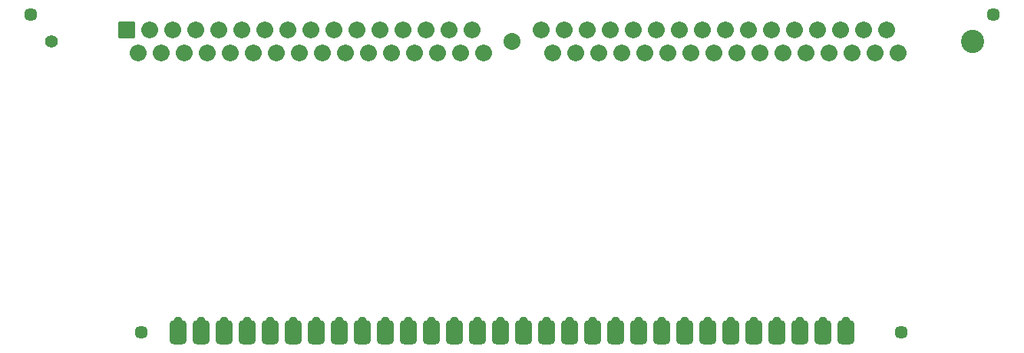
<source format=gbs>
G04 #@! TF.GenerationSoftware,KiCad,Pcbnew,(6.0.1-0)*
G04 #@! TF.CreationDate,2022-02-13T03:47:26-05:00*
G04 #@! TF.ProjectId,Adapter-30,41646170-7465-4722-9d33-302e6b696361,1.0-SOP*
G04 #@! TF.SameCoordinates,Original*
G04 #@! TF.FileFunction,Soldermask,Bot*
G04 #@! TF.FilePolarity,Negative*
%FSLAX46Y46*%
G04 Gerber Fmt 4.6, Leading zero omitted, Abs format (unit mm)*
G04 Created by KiCad (PCBNEW (6.0.1-0)) date 2022-02-13 03:47:26*
%MOMM*%
%LPD*%
G01*
G04 APERTURE LIST*
G04 Aperture macros list*
%AMRoundRect*
0 Rectangle with rounded corners*
0 $1 Rounding radius*
0 $2 $3 $4 $5 $6 $7 $8 $9 X,Y pos of 4 corners*
0 Add a 4 corners polygon primitive as box body*
4,1,4,$2,$3,$4,$5,$6,$7,$8,$9,$2,$3,0*
0 Add four circle primitives for the rounded corners*
1,1,$1+$1,$2,$3*
1,1,$1+$1,$4,$5*
1,1,$1+$1,$6,$7*
1,1,$1+$1,$8,$9*
0 Add four rect primitives between the rounded corners*
20,1,$1+$1,$2,$3,$4,$5,0*
20,1,$1+$1,$4,$5,$6,$7,0*
20,1,$1+$1,$6,$7,$8,$9,0*
20,1,$1+$1,$8,$9,$2,$3,0*%
G04 Aperture macros list end*
%ADD10C,0.952400*%
%ADD11RoundRect,0.520700X-0.444500X-0.825500X0.444500X-0.825500X0.444500X0.825500X-0.444500X0.825500X0*%
%ADD12C,1.448000*%
%ADD13RoundRect,0.076200X0.850000X-0.850000X0.850000X0.850000X-0.850000X0.850000X-0.850000X-0.850000X0*%
%ADD14O,1.852400X1.852400*%
%ADD15C,2.562400*%
%ADD16C,1.422400*%
%ADD17C,1.862400*%
G04 APERTURE END LIST*
D10*
X157480000Y-98806000D03*
X154940000Y-98806000D03*
X129540000Y-98806000D03*
X144780000Y-98806000D03*
X139700000Y-98806000D03*
X142240000Y-98806000D03*
X137160000Y-98806000D03*
X132080000Y-98806000D03*
X134620000Y-98806000D03*
X152400000Y-98806000D03*
X147320000Y-98806000D03*
X149860000Y-98806000D03*
X127000000Y-98806000D03*
X121920000Y-98806000D03*
X124460000Y-98806000D03*
X119380000Y-98806000D03*
X114300000Y-98806000D03*
X116840000Y-98806000D03*
X111760000Y-98806000D03*
X106680000Y-98806000D03*
X109220000Y-98806000D03*
X101600000Y-98806000D03*
X104140000Y-98806000D03*
X99060000Y-98806000D03*
X96520000Y-98806000D03*
X91440000Y-98806000D03*
X93980000Y-98806000D03*
X83820000Y-98806000D03*
X86360000Y-98806000D03*
X88900000Y-98806000D03*
D11*
X157480000Y-100076000D03*
X154940000Y-100076000D03*
X152400000Y-100076000D03*
X149860000Y-100076000D03*
X147320000Y-100076000D03*
X144780000Y-100076000D03*
X142240000Y-100076000D03*
X139700000Y-100076000D03*
X137160000Y-100076000D03*
X134620000Y-100076000D03*
X132080000Y-100076000D03*
X129540000Y-100076000D03*
X127000000Y-100076000D03*
X124460000Y-100076000D03*
X121920000Y-100076000D03*
X119380000Y-100076000D03*
X116840000Y-100076000D03*
X114300000Y-100076000D03*
X111760000Y-100076000D03*
X109220000Y-100076000D03*
X106680000Y-100076000D03*
X104140000Y-100076000D03*
X101600000Y-100076000D03*
X99060000Y-100076000D03*
X96520000Y-100076000D03*
X93980000Y-100076000D03*
X91440000Y-100076000D03*
X88900000Y-100076000D03*
X86360000Y-100076000D03*
X83820000Y-100076000D03*
D12*
X173736000Y-65024000D03*
X67564000Y-65024000D03*
X79756000Y-100076000D03*
X163576000Y-100076000D03*
D13*
X78105000Y-66675000D03*
D14*
X79375000Y-69215000D03*
X80645000Y-66675000D03*
X81915000Y-69215000D03*
X83185000Y-66675000D03*
X84455000Y-69215000D03*
X85725000Y-66675000D03*
X86995000Y-69215000D03*
X88265000Y-66675000D03*
X89535000Y-69215000D03*
X90805000Y-66675000D03*
X92075000Y-69215000D03*
X93345000Y-66675000D03*
X94615000Y-69215000D03*
X95885000Y-66675000D03*
X97155000Y-69215000D03*
X98425000Y-66675000D03*
X99695000Y-69215000D03*
X100965000Y-66675000D03*
X102235000Y-69215000D03*
X103505000Y-66675000D03*
X104775000Y-69215000D03*
X106045000Y-66675000D03*
X107315000Y-69215000D03*
X108585000Y-66675000D03*
X109855000Y-69215000D03*
X111125000Y-66675000D03*
X112395000Y-69215000D03*
X113665000Y-66675000D03*
X114935000Y-69215000D03*
X116205000Y-66675000D03*
X117475000Y-69215000D03*
X123825000Y-66675000D03*
X125095000Y-69215000D03*
X126365000Y-66675000D03*
X127635000Y-69215000D03*
X128905000Y-66675000D03*
X130175000Y-69215000D03*
X131445000Y-66675000D03*
X132715000Y-69215000D03*
X133985000Y-66675000D03*
X135255000Y-69215000D03*
X136525000Y-66675000D03*
X137795000Y-69215000D03*
X139065000Y-66675000D03*
X140335000Y-69215000D03*
X141605000Y-66675000D03*
X142875000Y-69215000D03*
X144145000Y-66675000D03*
X145415000Y-69215000D03*
X146685000Y-66675000D03*
X147955000Y-69215000D03*
X149225000Y-66675000D03*
X150495000Y-69215000D03*
X151765000Y-66675000D03*
X153035000Y-69215000D03*
X154305000Y-66675000D03*
X155575000Y-69215000D03*
X156845000Y-66675000D03*
X158115000Y-69215000D03*
X159385000Y-66675000D03*
X160655000Y-69215000D03*
X161925000Y-66675000D03*
X163195000Y-69215000D03*
D15*
X171450000Y-67945000D03*
D16*
X69850000Y-67945000D03*
D17*
X120650000Y-67945000D03*
M02*

</source>
